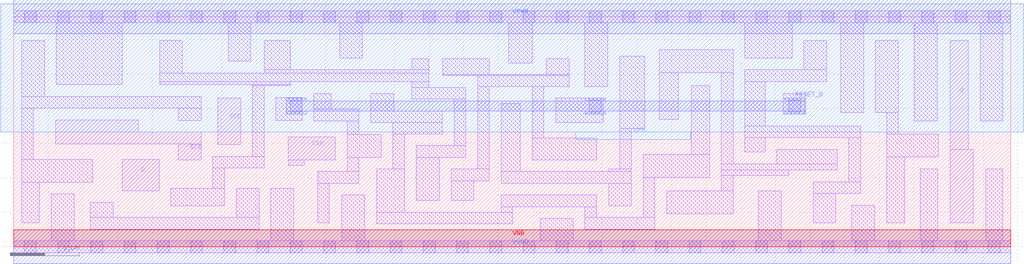
<source format=lef>
# Copyright 2020 The SkyWater PDK Authors
#
# Licensed under the Apache License, Version 2.0 (the "License");
# you may not use this file except in compliance with the License.
# You may obtain a copy of the License at
#
#     https://www.apache.org/licenses/LICENSE-2.0
#
# Unless required by applicable law or agreed to in writing, software
# distributed under the License is distributed on an "AS IS" BASIS,
# WITHOUT WARRANTIES OR CONDITIONS OF ANY KIND, either express or implied.
# See the License for the specific language governing permissions and
# limitations under the License.
#
# SPDX-License-Identifier: Apache-2.0

VERSION 5.7 ;
  NOWIREEXTENSIONATPIN ON ;
  DIVIDERCHAR "/" ;
  BUSBITCHARS "[]" ;
MACRO sky130_fd_sc_hs__sdfrtp_2
  CLASS CORE ;
  FOREIGN sky130_fd_sc_hs__sdfrtp_2 ;
  ORIGIN  0.000000  0.000000 ;
  SIZE  14.40000 BY  3.330000 ;
  SYMMETRY X Y R90 ;
  SITE unit ;
  PIN D
    ANTENNAGATEAREA  0.159000 ;
    DIRECTION INPUT ;
    USE SIGNAL ;
    PORT
      LAYER li1 ;
        RECT 1.565000 0.810000 2.100000 1.265000 ;
    END
  END D
  PIN Q
    ANTENNADIFFAREA  0.543200 ;
    DIRECTION OUTPUT ;
    USE SIGNAL ;
    PORT
      LAYER li1 ;
        RECT 13.525000 0.350000 13.855000 1.410000 ;
        RECT 13.525000 1.410000 13.785000 2.980000 ;
    END
  END Q
  PIN RESET_B
    ANTENNAGATEAREA  0.411000 ;
    DIRECTION INPUT ;
    USE SIGNAL ;
    PORT
      LAYER met1 ;
        RECT  3.935000 1.920000  4.225000 1.965000 ;
        RECT  3.935000 1.965000 11.425000 2.105000 ;
        RECT  3.935000 2.105000  4.225000 2.150000 ;
        RECT  8.255000 1.920000  8.545000 1.965000 ;
        RECT  8.255000 2.105000  8.545000 2.150000 ;
        RECT 11.135000 1.920000 11.425000 1.965000 ;
        RECT 11.135000 2.105000 11.425000 2.150000 ;
    END
  END RESET_B
  PIN SCD
    ANTENNAGATEAREA  0.159000 ;
    DIRECTION INPUT ;
    USE SIGNAL ;
    PORT
      LAYER li1 ;
        RECT 2.945000 1.480000 3.275000 2.150000 ;
    END
  END SCD
  PIN SCE
    ANTENNAGATEAREA  0.318000 ;
    DIRECTION INPUT ;
    USE SIGNAL ;
    PORT
      LAYER li1 ;
        RECT 0.605000 1.490000 2.705000 1.660000 ;
        RECT 0.605000 1.660000 1.795000 1.835000 ;
        RECT 2.375000 1.260000 2.705000 1.490000 ;
    END
  END SCE
  PIN CLK
    ANTENNAGATEAREA  0.279000 ;
    DIRECTION INPUT ;
    USE CLOCK ;
    PORT
      LAYER li1 ;
        RECT 3.965000 1.180000 4.195000 1.260000 ;
        RECT 3.965000 1.260000 4.645000 1.590000 ;
    END
  END CLK
  PIN VGND
    DIRECTION INOUT ;
    USE GROUND ;
    PORT
      LAYER met1 ;
        RECT 0.000000 -0.245000 14.400000 0.245000 ;
    END
  END VGND
  PIN VNB
    DIRECTION INOUT ;
    USE GROUND ;
    PORT
      LAYER pwell ;
        RECT 0.000000 0.000000 14.400000 0.245000 ;
    END
  END VNB
  PIN VPB
    DIRECTION INOUT ;
    USE POWER ;
    PORT
      LAYER nwell ;
        RECT -0.190000 1.660000 14.590000 3.520000 ;
        RECT  8.120000 1.555000  9.780000 1.660000 ;
    END
  END VPB
  PIN VPWR
    DIRECTION INOUT ;
    USE POWER ;
    PORT
      LAYER met1 ;
        RECT 0.000000 3.085000 14.400000 3.575000 ;
    END
  END VPWR
  OBS
    LAYER li1 ;
      RECT  0.000000 -0.085000 14.400000 0.085000 ;
      RECT  0.000000  3.245000 14.400000 3.415000 ;
      RECT  0.115000  0.350000  0.365000 0.935000 ;
      RECT  0.115000  0.935000  1.140000 1.265000 ;
      RECT  0.115000  1.265000  0.285000 2.005000 ;
      RECT  0.115000  2.005000  2.705000 2.175000 ;
      RECT  0.115000  2.175000  0.445000 2.980000 ;
      RECT  0.545000  0.085000  0.875000 0.765000 ;
      RECT  0.615000  2.345000  1.565000 3.245000 ;
      RECT  1.105000  0.255000  3.545000 0.425000 ;
      RECT  1.105000  0.425000  1.435000 0.640000 ;
      RECT  2.105000  2.345000  3.995000 2.390000 ;
      RECT  2.105000  2.390000  5.995000 2.515000 ;
      RECT  2.105000  2.515000  2.435000 2.980000 ;
      RECT  2.270000  0.595000  3.045000 0.845000 ;
      RECT  2.375000  1.830000  2.705000 2.005000 ;
      RECT  2.875000  0.845000  3.045000 1.140000 ;
      RECT  2.875000  1.140000  3.615000 1.310000 ;
      RECT  3.095000  2.685000  3.425000 3.245000 ;
      RECT  3.215000  0.425000  3.545000 0.845000 ;
      RECT  3.445000  1.310000  3.615000 2.330000 ;
      RECT  3.445000  2.330000  3.995000 2.345000 ;
      RECT  3.615000  2.515000  5.995000 2.560000 ;
      RECT  3.615000  2.560000  3.995000 2.980000 ;
      RECT  3.715000  0.085000  4.045000 0.845000 ;
      RECT  3.785000  1.830000  4.165000 2.160000 ;
      RECT  4.335000  1.820000  4.985000 1.990000 ;
      RECT  4.335000  1.990000  4.585000 2.220000 ;
      RECT  4.390000  0.350000  4.560000 0.920000 ;
      RECT  4.390000  0.920000  4.985000 1.090000 ;
      RECT  4.705000  2.730000  5.035000 3.245000 ;
      RECT  4.740000  0.085000  5.070000 0.750000 ;
      RECT  4.815000  1.090000  4.985000 1.295000 ;
      RECT  4.815000  1.295000  5.305000 1.625000 ;
      RECT  4.815000  1.625000  4.985000 1.820000 ;
      RECT  5.155000  1.795000  6.190000 1.965000 ;
      RECT  5.155000  1.965000  5.485000 2.220000 ;
      RECT  5.240000  0.330000  7.210000 0.500000 ;
      RECT  5.240000  0.500000  5.645000 1.125000 ;
      RECT  5.475000  1.125000  5.645000 1.635000 ;
      RECT  5.475000  1.635000  6.190000 1.795000 ;
      RECT  5.745000  2.135000  6.530000 2.305000 ;
      RECT  5.745000  2.305000  5.995000 2.390000 ;
      RECT  5.745000  2.560000  5.995000 2.725000 ;
      RECT  5.815000  0.670000  6.145000 1.295000 ;
      RECT  5.815000  1.295000  6.530000 1.465000 ;
      RECT  6.195000  2.475000  8.020000 2.490000 ;
      RECT  6.195000  2.490000  6.870000 2.725000 ;
      RECT  6.315000  0.670000  6.645000 0.955000 ;
      RECT  6.315000  0.955000  6.870000 1.125000 ;
      RECT  6.360000  1.465000  6.530000 2.135000 ;
      RECT  6.700000  1.125000  6.870000 2.320000 ;
      RECT  6.700000  2.320000  8.020000 2.475000 ;
      RECT  7.040000  0.500000  7.210000 0.580000 ;
      RECT  7.040000  0.580000  8.420000 0.750000 ;
      RECT  7.040000  0.920000  8.920000 1.090000 ;
      RECT  7.040000  1.090000  7.315000 2.075000 ;
      RECT  7.150000  2.660000  7.485000 3.245000 ;
      RECT  7.485000  1.260000  8.420000 1.575000 ;
      RECT  7.485000  1.575000  7.655000 2.320000 ;
      RECT  7.605000  0.085000  8.080000 0.410000 ;
      RECT  7.690000  2.490000  8.020000 2.725000 ;
      RECT  7.825000  1.795000  8.515000 2.150000 ;
      RECT  8.250000  0.255000  9.260000 0.425000 ;
      RECT  8.250000  0.425000  8.420000 0.580000 ;
      RECT  8.250000  2.320000  8.580000 3.245000 ;
      RECT  8.590000  0.595000  8.920000 0.920000 ;
      RECT  8.590000  1.090000  8.920000 1.130000 ;
      RECT  8.750000  1.130000  8.920000 1.715000 ;
      RECT  8.750000  1.715000  9.115000 2.755000 ;
      RECT  9.090000  0.425000  9.260000 1.005000 ;
      RECT  9.090000  1.005000 10.050000 1.335000 ;
      RECT  9.320000  1.840000  9.600000 2.520000 ;
      RECT  9.320000  2.520000 10.390000 2.850000 ;
      RECT  9.430000  0.480000 10.390000 0.810000 ;
      RECT  9.785000  1.335000 10.050000 2.330000 ;
      RECT 10.220000  0.810000 10.390000 1.030000 ;
      RECT 10.220000  1.030000 11.190000 1.110000 ;
      RECT 10.220000  1.110000 11.890000 1.200000 ;
      RECT 10.220000  1.200000 10.390000 2.520000 ;
      RECT 10.560000  1.370000 10.850000 1.580000 ;
      RECT 10.560000  1.580000 12.230000 1.750000 ;
      RECT 10.560000  1.750000 10.850000 2.390000 ;
      RECT 10.560000  2.390000 11.740000 2.560000 ;
      RECT 10.560000  2.730000 11.240000 3.245000 ;
      RECT 10.755000  0.085000 11.085000 0.810000 ;
      RECT 11.020000  1.200000 11.890000 1.410000 ;
      RECT 11.110000  1.920000 11.440000 2.220000 ;
      RECT 11.410000  2.560000 11.740000 2.980000 ;
      RECT 11.545000  0.350000 11.875000 0.770000 ;
      RECT 11.545000  0.770000 12.230000 0.940000 ;
      RECT 11.945000  1.940000 12.275000 3.245000 ;
      RECT 12.060000  0.940000 12.230000 1.580000 ;
      RECT 12.105000  0.085000 12.435000 0.600000 ;
      RECT 12.445000  1.940000 12.775000 2.980000 ;
      RECT 12.605000  0.350000 12.865000 1.300000 ;
      RECT 12.605000  1.300000 13.355000 1.630000 ;
      RECT 12.605000  1.630000 12.775000 1.940000 ;
      RECT 13.005000  1.820000 13.335000 3.245000 ;
      RECT 13.095000  0.085000 13.345000 1.130000 ;
      RECT 13.955000  1.820000 14.285000 3.245000 ;
      RECT 14.035000  0.085000 14.285000 1.130000 ;
    LAYER mcon ;
      RECT  0.155000 -0.085000  0.325000 0.085000 ;
      RECT  0.155000  3.245000  0.325000 3.415000 ;
      RECT  0.635000 -0.085000  0.805000 0.085000 ;
      RECT  0.635000  3.245000  0.805000 3.415000 ;
      RECT  1.115000 -0.085000  1.285000 0.085000 ;
      RECT  1.115000  3.245000  1.285000 3.415000 ;
      RECT  1.595000 -0.085000  1.765000 0.085000 ;
      RECT  1.595000  3.245000  1.765000 3.415000 ;
      RECT  2.075000 -0.085000  2.245000 0.085000 ;
      RECT  2.075000  3.245000  2.245000 3.415000 ;
      RECT  2.555000 -0.085000  2.725000 0.085000 ;
      RECT  2.555000  3.245000  2.725000 3.415000 ;
      RECT  3.035000 -0.085000  3.205000 0.085000 ;
      RECT  3.035000  3.245000  3.205000 3.415000 ;
      RECT  3.515000 -0.085000  3.685000 0.085000 ;
      RECT  3.515000  3.245000  3.685000 3.415000 ;
      RECT  3.995000 -0.085000  4.165000 0.085000 ;
      RECT  3.995000  1.950000  4.165000 2.120000 ;
      RECT  3.995000  3.245000  4.165000 3.415000 ;
      RECT  4.475000 -0.085000  4.645000 0.085000 ;
      RECT  4.475000  3.245000  4.645000 3.415000 ;
      RECT  4.955000 -0.085000  5.125000 0.085000 ;
      RECT  4.955000  3.245000  5.125000 3.415000 ;
      RECT  5.435000 -0.085000  5.605000 0.085000 ;
      RECT  5.435000  3.245000  5.605000 3.415000 ;
      RECT  5.915000 -0.085000  6.085000 0.085000 ;
      RECT  5.915000  3.245000  6.085000 3.415000 ;
      RECT  6.395000 -0.085000  6.565000 0.085000 ;
      RECT  6.395000  3.245000  6.565000 3.415000 ;
      RECT  6.875000 -0.085000  7.045000 0.085000 ;
      RECT  6.875000  3.245000  7.045000 3.415000 ;
      RECT  7.355000 -0.085000  7.525000 0.085000 ;
      RECT  7.355000  3.245000  7.525000 3.415000 ;
      RECT  7.835000 -0.085000  8.005000 0.085000 ;
      RECT  7.835000  3.245000  8.005000 3.415000 ;
      RECT  8.315000 -0.085000  8.485000 0.085000 ;
      RECT  8.315000  1.950000  8.485000 2.120000 ;
      RECT  8.315000  3.245000  8.485000 3.415000 ;
      RECT  8.795000 -0.085000  8.965000 0.085000 ;
      RECT  8.795000  3.245000  8.965000 3.415000 ;
      RECT  9.275000 -0.085000  9.445000 0.085000 ;
      RECT  9.275000  3.245000  9.445000 3.415000 ;
      RECT  9.755000 -0.085000  9.925000 0.085000 ;
      RECT  9.755000  3.245000  9.925000 3.415000 ;
      RECT 10.235000 -0.085000 10.405000 0.085000 ;
      RECT 10.235000  3.245000 10.405000 3.415000 ;
      RECT 10.715000 -0.085000 10.885000 0.085000 ;
      RECT 10.715000  3.245000 10.885000 3.415000 ;
      RECT 11.195000 -0.085000 11.365000 0.085000 ;
      RECT 11.195000  1.950000 11.365000 2.120000 ;
      RECT 11.195000  3.245000 11.365000 3.415000 ;
      RECT 11.675000 -0.085000 11.845000 0.085000 ;
      RECT 11.675000  3.245000 11.845000 3.415000 ;
      RECT 12.155000 -0.085000 12.325000 0.085000 ;
      RECT 12.155000  3.245000 12.325000 3.415000 ;
      RECT 12.635000 -0.085000 12.805000 0.085000 ;
      RECT 12.635000  3.245000 12.805000 3.415000 ;
      RECT 13.115000 -0.085000 13.285000 0.085000 ;
      RECT 13.115000  3.245000 13.285000 3.415000 ;
      RECT 13.595000 -0.085000 13.765000 0.085000 ;
      RECT 13.595000  3.245000 13.765000 3.415000 ;
      RECT 14.075000 -0.085000 14.245000 0.085000 ;
      RECT 14.075000  3.245000 14.245000 3.415000 ;
  END
END sky130_fd_sc_hs__sdfrtp_2
END LIBRARY

</source>
